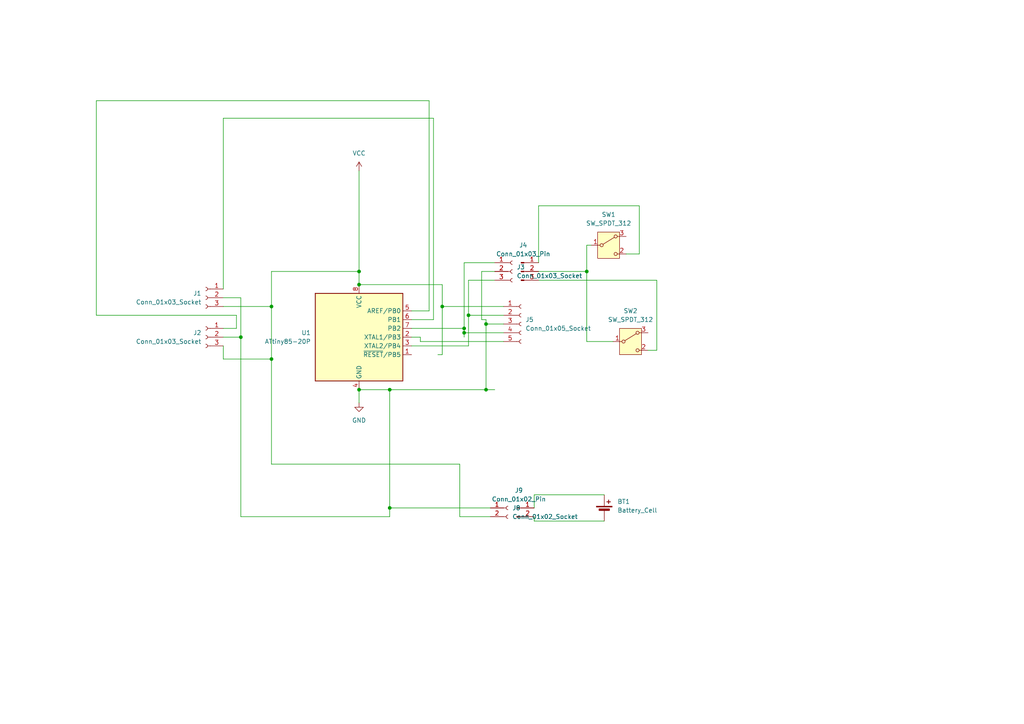
<source format=kicad_sch>
(kicad_sch (version 20250114) (generator "eeschema") (generator_version "9.0")
  (paper "A4")
  (lib_symbols
    (symbol "Connector:Conn_01x02_Pin" (pin_names (offset 1.016) (hide yes))
      (property "Reference" "J" (at 0 2.54 0))
      (property "Value" "Conn_01x02_Pin" (at 0 -5.08 0))
      (symbol "Conn_01x02_Pin_1_1"
        (rectangle (start 0.8636 0.127) (end 0 -0.127) (stroke (width 0.1524)) (fill (type outline)))
        (rectangle (start 0.8636 -2.413) (end 0 -2.667) (stroke (width 0.1524)) (fill (type outline)))
        (polyline (pts (xy 1.27 0) (xy 0.8636 0)) (stroke (width 0.1524)))
        (polyline (pts (xy 1.27 -2.54) (xy 0.8636 -2.54)) (stroke (width 0.1524)))
        (pin passive line (at 5.08 0 180) (length 3.81) (name "Pin_1") (number "1"))
        (pin passive line (at 5.08 -2.54 180) (length 3.81) (name "Pin_2") (number "2"))
      )
    )
    (symbol "Connector:Conn_01x02_Socket" (pin_names (offset 1.016) (hide yes))
      (property "Reference" "J" (at 0 2.54 0))
      (property "Value" "Conn_01x02_Socket" (at 0 -5.08 0))
      (symbol "Conn_01x02_Socket_1_1"
        (polyline (pts (xy -1.27 0) (xy -0.508 0)) (stroke (width 0.1524)))
        (polyline (pts (xy -1.27 -2.54) (xy -0.508 -2.54)) (stroke (width 0.1524)))
        (arc (start 0 -0.508) (mid -0.5058 0) (end 0 0.508) (stroke (width 0.1524)))
        (arc (start 0 -3.048) (mid -0.5058 -2.54) (end 0 -2.032) (stroke (width 0.1524)))
        (pin passive line (at -5.08 0 0) (length 3.81) (name "Pin_1") (number "1"))
        (pin passive line (at -5.08 -2.54 0) (length 3.81) (name "Pin_2") (number "2"))
      )
    )
    (symbol "Connector:Conn_01x03_Pin" (pin_names (offset 1.016) (hide yes))
      (property "Reference" "J" (at 0 5.08 0))
      (property "Value" "Conn_01x03_Pin" (at 0 -5.08 0))
      (symbol "Conn_01x03_Pin_1_1"
        (rectangle (start 0.8636 2.667) (end 0 2.413) (stroke (width 0.1524)) (fill (type outline)))
        (rectangle (start 0.8636 0.127) (end 0 -0.127) (stroke (width 0.1524)) (fill (type outline)))
        (rectangle (start 0.8636 -2.413) (end 0 -2.667) (stroke (width 0.1524)) (fill (type outline)))
        (polyline (pts (xy 1.27 2.54) (xy 0.8636 2.54)) (stroke (width 0.1524)))
        (polyline (pts (xy 1.27 0) (xy 0.8636 0)) (stroke (width 0.1524)))
        (polyline (pts (xy 1.27 -2.54) (xy 0.8636 -2.54)) (stroke (width 0.1524)))
        (pin passive line (at 5.08 2.54 180) (length 3.81) (name "Pin_1") (number "1"))
        (pin passive line (at 5.08 0 180) (length 3.81) (name "Pin_2") (number "2"))
        (pin passive line (at 5.08 -2.54 180) (length 3.81) (name "Pin_3") (number "3"))
      )
    )
    (symbol "Connector:Conn_01x03_Socket" (pin_names (offset 1.016) (hide yes))
      (property "Reference" "J" (at 0 5.08 0))
      (property "Value" "Conn_01x03_Socket" (at 0 -5.08 0))
      (symbol "Conn_01x03_Socket_1_1"
        (polyline (pts (xy -1.27 2.54) (xy -0.508 2.54)) (stroke (width 0.1524)))
        (polyline (pts (xy -1.27 0) (xy -0.508 0)) (stroke (width 0.1524)))
        (polyline (pts (xy -1.27 -2.54) (xy -0.508 -2.54)) (stroke (width 0.1524)))
        (arc (start 0 2.032) (mid -0.5058 2.54) (end 0 3.048) (stroke (width 0.1524)))
        (arc (start 0 -0.508) (mid -0.5058 0) (end 0 0.508) (stroke (width 0.1524)))
        (arc (start 0 -3.048) (mid -0.5058 -2.54) (end 0 -2.032) (stroke (width 0.1524)))
        (pin passive line (at -5.08 2.54 0) (length 3.81) (name "Pin_1") (number "1"))
        (pin passive line (at -5.08 0 0) (length 3.81) (name "Pin_2") (number "2"))
        (pin passive line (at -5.08 -2.54 0) (length 3.81) (name "Pin_3") (number "3"))
      )
    )
    (symbol "Connector:Conn_01x05_Socket" (pin_names (offset 1.016) (hide yes))
      (property "Reference" "J" (at 0 7.62 0))
      (property "Value" "Conn_01x05_Socket" (at 0 -7.62 0))
      (symbol "Conn_01x05_Socket_1_1"
        (polyline (pts (xy -1.27 5.08) (xy -0.508 5.08)) (stroke (width 0.1524)))
        (polyline (pts (xy -1.27 2.54) (xy -0.508 2.54)) (stroke (width 0.1524)))
        (polyline (pts (xy -1.27 0) (xy -0.508 0)) (stroke (width 0.1524)))
        (polyline (pts (xy -1.27 -2.54) (xy -0.508 -2.54)) (stroke (width 0.1524)))
        (polyline (pts (xy -1.27 -5.08) (xy -0.508 -5.08)) (stroke (width 0.1524)))
        (arc (start 0 4.572) (mid -0.5058 5.08) (end 0 5.588) (stroke (width 0.1524)))
        (arc (start 0 2.032) (mid -0.5058 2.54) (end 0 3.048) (stroke (width 0.1524)))
        (arc (start 0 -0.508) (mid -0.5058 0) (end 0 0.508) (stroke (width 0.1524)))
        (arc (start 0 -3.048) (mid -0.5058 -2.54) (end 0 -2.032) (stroke (width 0.1524)))
        (arc (start 0 -5.588) (mid -0.5058 -5.08) (end 0 -4.572) (stroke (width 0.1524)))
        (pin passive line (at -5.08 5.08 0) (length 3.81) (name "Pin_1") (number "1"))
        (pin passive line (at -5.08 2.54 0) (length 3.81) (name "Pin_2") (number "2"))
        (pin passive line (at -5.08 0 0) (length 3.81) (name "Pin_3") (number "3"))
        (pin passive line (at -5.08 -2.54 0) (length 3.81) (name "Pin_4") (number "4"))
        (pin passive line (at -5.08 -5.08 0) (length 3.81) (name "Pin_5") (number "5"))
      )
    )
    (symbol "Device:Battery_Cell" (pin_numbers (hide yes)) (pin_names (offset 0) (hide yes))
      (property "Reference" "BT" (at 2.54 2.54 0))
      (property "Value" "Battery_Cell" (at 2.54 0 0))
      (symbol "Battery_Cell_0_1"
        (rectangle (start -2.286 1.778) (end 2.286 1.524) (fill (type outline)))
        (rectangle (start -1.524 1.016) (end 1.524 0.508) (fill (type outline)))
        (polyline (pts (xy 0 1.778) (xy 0 2.54)))
        (polyline (pts (xy 0 0.762) (xy 0 0)))
        (polyline (pts (xy 0.762 3.048) (xy 1.778 3.048)) (stroke (width 0.254)))
        (polyline (pts (xy 1.27 3.556) (xy 1.27 2.54)) (stroke (width 0.254)))
      )
      (symbol "Battery_Cell_1_1"
        (pin passive line (at 0 5.08 270) (length 2.54) (name "+") (number "1"))
        (pin passive line (at 0 -2.54 90) (length 2.54) (name "-") (number "2"))
      )
    )
    (symbol "MCU_Microchip_ATtiny:ATtiny85-20P"
      (property "Reference" "U" (at -12.7 13.97 0))
      (property "Value" "ATtiny85-20P" (at 2.54 -13.97 0))
      (symbol "ATtiny85-20P_0_1"
        (rectangle (start -12.7 -12.7) (end 12.7 12.7) (stroke (width 0.254)) (fill (type background)))
      )
      (symbol "ATtiny85-20P_1_1"
        (pin power_in line (at 0 15.24 270) (length 2.54) (name "VCC") (number "8"))
        (pin power_in line (at 0 -15.24 90) (length 2.54) (name "GND") (number "4"))
        (pin bidirectional line (at 15.24 7.62 180) (length 2.54) (name "AREF/PB0") (number "5"))
        (pin bidirectional line (at 15.24 5.08 180) (length 2.54) (name "PB1") (number "6"))
        (pin bidirectional line (at 15.24 2.54 180) (length 2.54) (name "PB2") (number "7"))
        (pin bidirectional line (at 15.24 0 180) (length 2.54) (name "XTAL1/PB3") (number "2"))
        (pin bidirectional line (at 15.24 -2.54 180) (length 2.54) (name "XTAL2/PB4") (number "3"))
        (pin bidirectional line (at 15.24 -5.08 180) (length 2.54) (name "~{RESET}/PB5") (number "1"))
      )
    )
    (symbol "Switch:SW_SPDT_312" (pin_names (offset 1) (hide yes))
      (property "Reference" "SW" (at 0 5.08 0))
      (property "Value" "SW_SPDT_312" (at 0 -5.08 0))
      (symbol "SW_SPDT_312_0_1"
        (circle (center -2.032 0) (radius 0.4572))
        (polyline (pts (xy -1.651 0.254) (xy 1.651 2.286)))
        (circle (center 2.032 2.54) (radius 0.4572))
        (circle (center 2.032 -2.54) (radius 0.4572))
      )
      (symbol "SW_SPDT_312_1_1"
        (rectangle (start -3.175 3.81) (end 3.175 -3.81) (fill (type background)))
        (pin passive line (at -5.08 0 0) (length 2.54) (name "B") (number "1"))
        (pin passive line (at 5.08 2.54 180) (length 2.54) (name "A") (number "3"))
        (pin passive line (at 5.08 -2.54 180) (length 2.54) (name "C") (number "2"))
      )
    )
    (symbol "power:GND" (power) (pin_names (offset 0))
      (property "Value" "GND" (at 0 -3.81 0))
      (symbol "GND_0_1"
        (polyline (pts (xy 0 0) (xy 0 -1.27) (xy 1.27 -1.27) (xy 0 -2.54) (xy -1.27 -1.27) (xy 0 -1.27)))
      )
      (symbol "GND_1_1"
        (pin power_in line (at 0 0 270) (length 0) (hide yes) (name "GND") (number "1"))
      )
    )
    (symbol "power:VCC" (power) (pin_names (offset 0))
      (property "Value" "VCC" (at 0 3.81 0))
      (symbol "VCC_0_1"
        (polyline (pts (xy -0.762 1.27) (xy 0 2.54)))
        (polyline (pts (xy 0 2.54) (xy 0.762 1.27)))
        (polyline (pts (xy 0 0) (xy 0 2.54)))
      )
      (symbol "VCC_1_1"
        (pin power_in line (at 0 0 90) (length 0) (hide yes) (name "VCC") (number "1"))
      )
    )
  )
  (junction (at 78.74 88.9))
  (junction (at 113.03 113.03))
  (junction (at 134.62 95.25))
  (junction (at 170.18 78.74))
  (junction (at 113.03 147.32))
  (junction (at 135.89 91.44))
  (junction (at 104.14 113.03))
  (junction (at 128.27 88.9))
  (junction (at 140.97 93.98))
  (junction (at 134.62 96.52))
  (junction (at 78.74 104.14))
  (junction (at 69.85 97.79))
  (junction (at 104.14 78.74))
  (junction (at 140.97 113.03))
  (junction (at 104.14 82.55))
  (wire (pts (xy 143.51 78.74) (xy 139.7 78.74)))
  (wire (pts (xy 104.14 49.53) (xy 104.14 78.74)))
  (wire (pts (xy 156.21 78.74) (xy 170.18 78.74)))
  (wire (pts (xy 128.27 88.9) (xy 128.27 102.87)))
  (wire (pts (xy 64.77 83.82) (xy 64.77 34.29)))
  (wire (pts (xy 127 102.87) (xy 128.27 102.87)))
  (wire (pts (xy 78.74 104.14) (xy 78.74 134.62)))
  (wire (pts (xy 139.7 92.71) (xy 140.97 92.71)))
  (wire (pts (xy 128.27 82.55) (xy 128.27 88.9)))
  (wire (pts (xy 139.7 78.74) (xy 139.7 92.71)))
  (wire (pts (xy 125.73 92.71) (xy 119.38 92.71)))
  (wire (pts (xy 64.77 34.29) (xy 125.73 34.29)))
  (wire (pts (xy 64.77 100.33) (xy 64.77 104.14)))
  (wire (pts (xy 146.05 99.06) (xy 121.92 99.06)))
  (wire (pts (xy 185.42 73.66) (xy 181.61 73.66)))
  (wire (pts (xy 175.26 151.13) (xy 154.94 151.13)))
  (wire (pts (xy 140.97 92.71) (xy 140.97 93.98)))
  (wire (pts (xy 27.94 29.21) (xy 27.94 91.44)))
  (wire (pts (xy 146.05 88.9) (xy 128.27 88.9)))
  (wire (pts (xy 69.85 149.86) (xy 113.03 149.86)))
  (wire (pts (xy 190.5 101.6) (xy 190.5 81.28)))
  (wire (pts (xy 170.18 99.06) (xy 170.18 78.74)))
  (wire (pts (xy 146.05 93.98) (xy 140.97 93.98)))
  (wire (pts (xy 104.14 78.74) (xy 104.14 82.55)))
  (wire (pts (xy 69.85 86.36) (xy 69.85 97.79)))
  (wire (pts (xy 135.89 91.44) (xy 135.89 100.33)))
  (wire (pts (xy 104.14 82.55) (xy 128.27 82.55)))
  (wire (pts (xy 156.21 59.69) (xy 156.21 76.2)))
  (wire (pts (xy 134.62 96.52) (xy 134.62 97.79)))
  (wire (pts (xy 124.46 29.21) (xy 124.46 90.17)))
  (wire (pts (xy 69.85 97.79) (xy 69.85 149.86)))
  (wire (pts (xy 133.35 149.86) (xy 133.35 134.62)))
  (wire (pts (xy 78.74 88.9) (xy 78.74 104.14)))
  (wire (pts (xy 64.77 86.36) (xy 69.85 86.36)))
  (wire (pts (xy 134.62 76.2) (xy 143.51 76.2)))
  (wire (pts (xy 156.21 59.69) (xy 185.42 59.69)))
  (wire (pts (xy 78.74 78.74) (xy 78.74 88.9)))
  (wire (pts (xy 146.05 91.44) (xy 135.89 91.44)))
  (wire (pts (xy 154.94 143.51) (xy 154.94 147.32)))
  (wire (pts (xy 64.77 97.79) (xy 69.85 97.79)))
  (wire (pts (xy 185.42 73.66) (xy 185.42 59.69)))
  (wire (pts (xy 154.94 151.13) (xy 154.94 149.86)))
  (wire (pts (xy 134.62 76.2) (xy 134.62 95.25)))
  (wire (pts (xy 64.77 88.9) (xy 78.74 88.9)))
  (wire (pts (xy 64.77 104.14) (xy 78.74 104.14)))
  (wire (pts (xy 135.89 81.28) (xy 135.89 91.44)))
  (wire (pts (xy 113.03 147.32) (xy 113.03 149.86)))
  (wire (pts (xy 134.62 96.52) (xy 146.05 96.52)))
  (wire (pts (xy 142.24 147.32) (xy 113.03 147.32)))
  (wire (pts (xy 124.46 29.21) (xy 27.94 29.21)))
  (wire (pts (xy 104.14 113.03) (xy 104.14 116.84)))
  (wire (pts (xy 113.03 113.03) (xy 113.03 147.32)))
  (wire (pts (xy 142.24 149.86) (xy 133.35 149.86)))
  (wire (pts (xy 119.38 100.33) (xy 135.89 100.33)))
  (wire (pts (xy 27.94 91.44) (xy 68.58 91.44)))
  (wire (pts (xy 177.8 99.06) (xy 170.18 99.06)))
  (wire (pts (xy 104.14 113.03) (xy 113.03 113.03)))
  (wire (pts (xy 68.58 91.44) (xy 68.58 95.25)))
  (wire (pts (xy 64.77 95.25) (xy 68.58 95.25)))
  (wire (pts (xy 78.74 78.74) (xy 104.14 78.74)))
  (wire (pts (xy 170.18 71.12) (xy 170.18 78.74)))
  (wire (pts (xy 113.03 113.03) (xy 140.97 113.03)))
  (wire (pts (xy 187.96 101.6) (xy 190.5 101.6)))
  (wire (pts (xy 140.97 93.98) (xy 140.97 113.03)))
  (wire (pts (xy 124.46 90.17) (xy 119.38 90.17)))
  (wire (pts (xy 78.74 134.62) (xy 133.35 134.62)))
  (wire (pts (xy 143.51 81.28) (xy 135.89 81.28)))
  (wire (pts (xy 134.62 95.25) (xy 134.62 96.52)))
  (wire (pts (xy 121.92 99.06) (xy 121.92 97.79)))
  (wire (pts (xy 175.26 143.51) (xy 154.94 143.51)))
  (wire (pts (xy 140.97 113.03) (xy 143.51 113.03)))
  (wire (pts (xy 156.21 81.28) (xy 190.5 81.28)))
  (wire (pts (xy 171.45 71.12) (xy 170.18 71.12)))
  (wire (pts (xy 119.38 95.25) (xy 134.62 95.25)))
  (wire (pts (xy 121.92 97.79) (xy 119.38 97.79)))
  (wire (pts (xy 125.73 34.29) (xy 125.73 92.71)))
  (symbol (lib_id "Connector:Conn_01x03_Socket") (at 59.69 86.36 0) (mirror y) (unit 1)
    (property "Reference" "J1" (at 58.42 85.0899 0) (effects (justify left)))
    (property "Value" "Conn_01x03_Socket" (at 58.42 87.6299 0) (effects (justify left)))
    (property "Footprint" "Connector_JST:JST_PH_S3B-PH-K_1x03_P2.00mm_Horizontal" (effects (hide yes)))
    (property "Description" "Generic connector, single row, 01x03, script generated" (effects (hide yes)))
  )
  (symbol (lib_id "Connector:Conn_01x03_Pin") (at 151.13 78.74 0) (unit 1)
    (property "Reference" "J4" (at 151.765 71.12 0))
    (property "Value" "Conn_01x03_Pin" (at 151.765 73.66 0))
    (property "Description" "Generic connector, single row, 01x03, script generated" (effects (hide yes)))
  )
  (symbol (lib_id "Connector:Conn_01x05_Socket") (at 151.13 93.98 0) (unit 1)
    (property "Reference" "J5" (at 152.4 92.7099 0) (effects (justify left)))
    (property "Value" "Conn_01x05_Socket" (at 152.4 95.2499 0) (effects (justify left)))
    (property "Footprint" "Connector_JST:JST_PH_B5B-PH-K_1x05_P2.00mm_Vertical" (effects (hide yes)))
    (property "Description" "Generic connector, single row, 01x05, script generated" (effects (hide yes)))
  )
  (symbol (lib_id "MCU_Microchip_ATtiny:ATtiny85-20P") (at 104.14 97.79 0) (unit 1)
    (property "Reference" "U1" (at 90.17 96.5199 0) (effects (justify right)))
    (property "Value" "ATtiny85-20P" (at 90.17 99.0599 0) (effects (justify right)))
    (property "Footprint" "Package_DIP:DIP-8_W7.62mm" (effects (hide yes)))
    (property "Datasheet" "http://ww1.microchip.com/downloads/en/DeviceDoc/atmel-2586-avr-8-bit-microcontroller-attiny25-attiny45-attiny85_datasheet.pdf" (effects (hide yes)))
  )
  (symbol (lib_id "power:VCC") (at 104.14 49.53 0) (unit 1)
    (property "Reference" "#PWR0102" (effects (hide yes)))
    (property "Value" "VCC" (at 104.14 44.45 0))
  )
  (symbol (lib_id "Connector:Conn_01x02_Pin") (at 149.86 147.32 0) (unit 1)
    (property "Reference" "J9" (at 150.495 142.24 0))
    (property "Value" "Conn_01x02_Pin" (at 150.495 144.78 0))
    (property "Description" "Generic connector, single row, 01x02, script generated" (effects (hide yes)))
  )
  (symbol (lib_id "Switch:SW_SPDT_312") (at 182.88 99.06 0) (unit 1)
    (property "Reference" "SW2" (at 182.88 90.17 0))
    (property "Value" "SW_SPDT_312" (at 182.88 92.71 0))
    (property "Description" "Switch, single pole double throw" (effects (hide yes)))
  )
  (symbol (lib_id "Switch:SW_SPDT_312") (at 176.53 71.12 0) (unit 1)
    (property "Reference" "SW1" (at 176.53 62.23 0))
    (property "Value" "SW_SPDT_312" (at 176.53 64.77 0))
    (property "Description" "Switch, single pole double throw" (effects (hide yes)))
  )
  (symbol (lib_id "Connector:Conn_01x03_Socket") (at 148.59 78.74 0) (unit 1)
    (property "Reference" "J3" (at 149.86 77.4699 0) (effects (justify left)))
    (property "Value" "Conn_01x03_Socket" (at 149.86 80.0099 0) (effects (justify left)))
    (property "Footprint" "Connector_JST:JST_PH_S3B-PH-K_1x03_P2.00mm_Horizontal" (effects (hide yes)))
    (property "Description" "Generic connector, single row, 01x03, script generated" (effects (hide yes)))
  )
  (symbol (lib_id "power:GND") (at 104.14 116.84 0) (unit 1)
    (property "Reference" "#PWR0101" (effects (hide yes)))
    (property "Value" "GND" (at 104.14 121.92 0))
  )
  (symbol (lib_id "Connector:Conn_01x02_Socket") (at 147.32 147.32 0) (unit 1)
    (property "Reference" "J8" (at 148.59 147.3199 0) (effects (justify left)))
    (property "Value" "Conn_01x02_Socket" (at 148.59 149.8599 0) (effects (justify left)))
    (property "Footprint" "Connector_JST:JST_PH_S2B-PH-K_1x02_P2.00mm_Horizontal" (effects (hide yes)))
    (property "Description" "Generic connector, single row, 01x02, script generated" (effects (hide yes)))
  )
  (symbol (lib_id "Device:Battery_Cell") (at 175.26 148.59 0) (unit 1)
    (property "Reference" "BT1" (at 179.07 145.4784 0) (effects (justify left)))
    (property "Value" "Battery_Cell" (at 179.07 148.0184 0) (effects (justify left)))
    (property "Description" "Single-cell battery" (effects (hide yes)))
  )
  (symbol (lib_id "Connector:Conn_01x03_Socket") (at 59.69 97.79 0) (mirror y) (unit 1)
    (property "Reference" "J2" (at 58.42 96.5199 0) (effects (justify left)))
    (property "Value" "Conn_01x03_Socket" (at 58.42 99.0599 0) (effects (justify left)))
    (property "Footprint" "Connector_JST:JST_PH_S3B-PH-K_1x03_P2.00mm_Horizontal" (effects (hide yes)))
    (property "Description" "Generic connector, single row, 01x03, script generated" (effects (hide yes)))
  )
)
</source>
